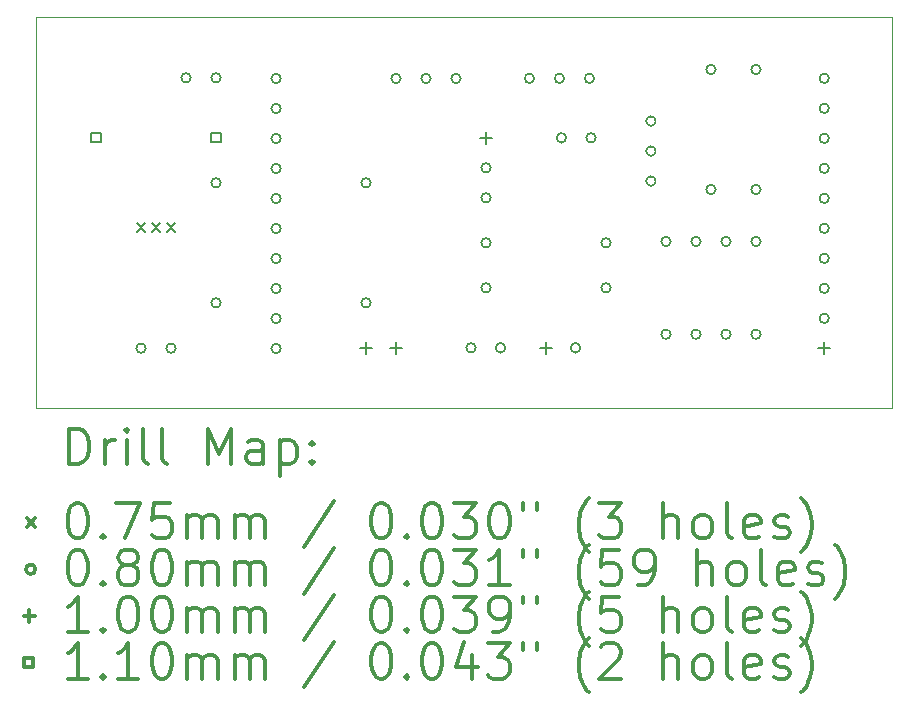
<source format=gbr>
%FSLAX45Y45*%
G04 Gerber Fmt 4.5, Leading zero omitted, Abs format (unit mm)*
G04 Created by KiCad (PCBNEW (5.1.7)-1) date 2021-04-11 18:09:23*
%MOMM*%
%LPD*%
G01*
G04 APERTURE LIST*
%TA.AperFunction,Profile*%
%ADD10C,0.100000*%
%TD*%
%ADD11C,0.200000*%
%ADD12C,0.300000*%
G04 APERTURE END LIST*
D10*
X5564378Y-5339334D02*
X4191000Y-5339334D01*
X5564378Y-2024126D02*
X4191000Y-2024126D01*
X4191000Y-2024126D02*
X4191000Y-5339334D01*
X11438636Y-2024126D02*
X11438636Y-5339334D01*
X5564378Y-2024126D02*
X11438636Y-2024126D01*
X11438636Y-5339334D02*
X5564378Y-5339334D01*
D11*
X5042500Y-3772500D02*
X5117500Y-3847500D01*
X5117500Y-3772500D02*
X5042500Y-3847500D01*
X5169500Y-3772500D02*
X5244500Y-3847500D01*
X5244500Y-3772500D02*
X5169500Y-3847500D01*
X5296500Y-3772500D02*
X5371500Y-3847500D01*
X5371500Y-3772500D02*
X5296500Y-3847500D01*
X8041000Y-3937000D02*
G75*
G03*
X8041000Y-3937000I-40000J0D01*
G01*
X9057000Y-3937000D02*
G75*
G03*
X9057000Y-3937000I-40000J0D01*
G01*
X5755000Y-3429000D02*
G75*
G03*
X5755000Y-3429000I-40000J0D01*
G01*
X5755000Y-4445000D02*
G75*
G03*
X5755000Y-4445000I-40000J0D01*
G01*
X8041000Y-4318000D02*
G75*
G03*
X8041000Y-4318000I-40000J0D01*
G01*
X9057000Y-4318000D02*
G75*
G03*
X9057000Y-4318000I-40000J0D01*
G01*
X10327000Y-2469810D02*
G75*
G03*
X10327000Y-2469810I-40000J0D01*
G01*
X10327000Y-3485810D02*
G75*
G03*
X10327000Y-3485810I-40000J0D01*
G01*
X9565000Y-3924500D02*
G75*
G03*
X9565000Y-3924500I-40000J0D01*
G01*
X9565000Y-4711500D02*
G75*
G03*
X9565000Y-4711500I-40000J0D01*
G01*
X9819000Y-3924500D02*
G75*
G03*
X9819000Y-3924500I-40000J0D01*
G01*
X9819000Y-4711500D02*
G75*
G03*
X9819000Y-4711500I-40000J0D01*
G01*
X10073000Y-3924500D02*
G75*
G03*
X10073000Y-3924500I-40000J0D01*
G01*
X10073000Y-4711500D02*
G75*
G03*
X10073000Y-4711500I-40000J0D01*
G01*
X10327000Y-3924500D02*
G75*
G03*
X10327000Y-3924500I-40000J0D01*
G01*
X10327000Y-4711500D02*
G75*
G03*
X10327000Y-4711500I-40000J0D01*
G01*
X8409300Y-2544810D02*
G75*
G03*
X8409300Y-2544810I-40000J0D01*
G01*
X8663300Y-2544810D02*
G75*
G03*
X8663300Y-2544810I-40000J0D01*
G01*
X8917300Y-2544810D02*
G75*
G03*
X8917300Y-2544810I-40000J0D01*
G01*
X10904524Y-2543810D02*
G75*
G03*
X10904524Y-2543810I-40000J0D01*
G01*
X10904524Y-2797810D02*
G75*
G03*
X10904524Y-2797810I-40000J0D01*
G01*
X10904524Y-3051810D02*
G75*
G03*
X10904524Y-3051810I-40000J0D01*
G01*
X10904524Y-3305810D02*
G75*
G03*
X10904524Y-3305810I-40000J0D01*
G01*
X10904524Y-3559810D02*
G75*
G03*
X10904524Y-3559810I-40000J0D01*
G01*
X10904524Y-3813810D02*
G75*
G03*
X10904524Y-3813810I-40000J0D01*
G01*
X10904524Y-4067810D02*
G75*
G03*
X10904524Y-4067810I-40000J0D01*
G01*
X10904524Y-4321810D02*
G75*
G03*
X10904524Y-4321810I-40000J0D01*
G01*
X10904524Y-4575810D02*
G75*
G03*
X10904524Y-4575810I-40000J0D01*
G01*
X9946000Y-2469810D02*
G75*
G03*
X9946000Y-2469810I-40000J0D01*
G01*
X9946000Y-3485810D02*
G75*
G03*
X9946000Y-3485810I-40000J0D01*
G01*
X8799000Y-4826000D02*
G75*
G03*
X8799000Y-4826000I-40000J0D01*
G01*
X9438000Y-2905810D02*
G75*
G03*
X9438000Y-2905810I-40000J0D01*
G01*
X9438000Y-3159810D02*
G75*
G03*
X9438000Y-3159810I-40000J0D01*
G01*
X9438000Y-3413810D02*
G75*
G03*
X9438000Y-3413810I-40000J0D01*
G01*
X8041000Y-3302000D02*
G75*
G03*
X8041000Y-3302000I-40000J0D01*
G01*
X8041000Y-3556000D02*
G75*
G03*
X8041000Y-3556000I-40000J0D01*
G01*
X5501000Y-2540000D02*
G75*
G03*
X5501000Y-2540000I-40000J0D01*
G01*
X5755000Y-2540000D02*
G75*
G03*
X5755000Y-2540000I-40000J0D01*
G01*
X5120000Y-4829810D02*
G75*
G03*
X5120000Y-4829810I-40000J0D01*
G01*
X5374000Y-4829810D02*
G75*
G03*
X5374000Y-4829810I-40000J0D01*
G01*
X7914000Y-4826000D02*
G75*
G03*
X7914000Y-4826000I-40000J0D01*
G01*
X8164000Y-4826000D02*
G75*
G03*
X8164000Y-4826000I-40000J0D01*
G01*
X7025000Y-3429000D02*
G75*
G03*
X7025000Y-3429000I-40000J0D01*
G01*
X7025000Y-4445000D02*
G75*
G03*
X7025000Y-4445000I-40000J0D01*
G01*
X8680000Y-3048000D02*
G75*
G03*
X8680000Y-3048000I-40000J0D01*
G01*
X8930000Y-3048000D02*
G75*
G03*
X8930000Y-3048000I-40000J0D01*
G01*
X7279000Y-2544810D02*
G75*
G03*
X7279000Y-2544810I-40000J0D01*
G01*
X7533000Y-2544810D02*
G75*
G03*
X7533000Y-2544810I-40000J0D01*
G01*
X7787000Y-2544810D02*
G75*
G03*
X7787000Y-2544810I-40000J0D01*
G01*
X6264524Y-2544810D02*
G75*
G03*
X6264524Y-2544810I-40000J0D01*
G01*
X6264524Y-2798810D02*
G75*
G03*
X6264524Y-2798810I-40000J0D01*
G01*
X6264524Y-3052810D02*
G75*
G03*
X6264524Y-3052810I-40000J0D01*
G01*
X6264524Y-3306810D02*
G75*
G03*
X6264524Y-3306810I-40000J0D01*
G01*
X6264524Y-3560810D02*
G75*
G03*
X6264524Y-3560810I-40000J0D01*
G01*
X6264524Y-3814810D02*
G75*
G03*
X6264524Y-3814810I-40000J0D01*
G01*
X6264524Y-4068810D02*
G75*
G03*
X6264524Y-4068810I-40000J0D01*
G01*
X6264524Y-4322810D02*
G75*
G03*
X6264524Y-4322810I-40000J0D01*
G01*
X6264524Y-4576810D02*
G75*
G03*
X6264524Y-4576810I-40000J0D01*
G01*
X6264524Y-4830810D02*
G75*
G03*
X6264524Y-4830810I-40000J0D01*
G01*
X6985000Y-4779810D02*
X6985000Y-4879810D01*
X6935000Y-4829810D02*
X7035000Y-4829810D01*
X7239000Y-4779810D02*
X7239000Y-4879810D01*
X7189000Y-4829810D02*
X7289000Y-4829810D01*
X10864524Y-4779810D02*
X10864524Y-4879810D01*
X10814524Y-4829810D02*
X10914524Y-4829810D01*
X8509000Y-4776000D02*
X8509000Y-4876000D01*
X8459000Y-4826000D02*
X8559000Y-4826000D01*
X8001000Y-2998000D02*
X8001000Y-3098000D01*
X7951000Y-3048000D02*
X8051000Y-3048000D01*
X4737891Y-3086891D02*
X4737891Y-3009109D01*
X4660109Y-3009109D01*
X4660109Y-3086891D01*
X4737891Y-3086891D01*
X5753891Y-3086891D02*
X5753891Y-3009109D01*
X5676109Y-3009109D01*
X5676109Y-3086891D01*
X5753891Y-3086891D01*
D12*
X4472428Y-5810048D02*
X4472428Y-5510048D01*
X4543857Y-5510048D01*
X4586714Y-5524334D01*
X4615286Y-5552906D01*
X4629571Y-5581477D01*
X4643857Y-5638620D01*
X4643857Y-5681477D01*
X4629571Y-5738620D01*
X4615286Y-5767191D01*
X4586714Y-5795763D01*
X4543857Y-5810048D01*
X4472428Y-5810048D01*
X4772428Y-5810048D02*
X4772428Y-5610048D01*
X4772428Y-5667191D02*
X4786714Y-5638620D01*
X4801000Y-5624334D01*
X4829571Y-5610048D01*
X4858143Y-5610048D01*
X4958143Y-5810048D02*
X4958143Y-5610048D01*
X4958143Y-5510048D02*
X4943857Y-5524334D01*
X4958143Y-5538620D01*
X4972428Y-5524334D01*
X4958143Y-5510048D01*
X4958143Y-5538620D01*
X5143857Y-5810048D02*
X5115286Y-5795763D01*
X5101000Y-5767191D01*
X5101000Y-5510048D01*
X5301000Y-5810048D02*
X5272428Y-5795763D01*
X5258143Y-5767191D01*
X5258143Y-5510048D01*
X5643857Y-5810048D02*
X5643857Y-5510048D01*
X5743857Y-5724334D01*
X5843857Y-5510048D01*
X5843857Y-5810048D01*
X6115286Y-5810048D02*
X6115286Y-5652905D01*
X6101000Y-5624334D01*
X6072428Y-5610048D01*
X6015286Y-5610048D01*
X5986714Y-5624334D01*
X6115286Y-5795763D02*
X6086714Y-5810048D01*
X6015286Y-5810048D01*
X5986714Y-5795763D01*
X5972428Y-5767191D01*
X5972428Y-5738620D01*
X5986714Y-5710048D01*
X6015286Y-5695763D01*
X6086714Y-5695763D01*
X6115286Y-5681477D01*
X6258143Y-5610048D02*
X6258143Y-5910048D01*
X6258143Y-5624334D02*
X6286714Y-5610048D01*
X6343857Y-5610048D01*
X6372428Y-5624334D01*
X6386714Y-5638620D01*
X6401000Y-5667191D01*
X6401000Y-5752905D01*
X6386714Y-5781477D01*
X6372428Y-5795763D01*
X6343857Y-5810048D01*
X6286714Y-5810048D01*
X6258143Y-5795763D01*
X6529571Y-5781477D02*
X6543857Y-5795763D01*
X6529571Y-5810048D01*
X6515286Y-5795763D01*
X6529571Y-5781477D01*
X6529571Y-5810048D01*
X6529571Y-5624334D02*
X6543857Y-5638620D01*
X6529571Y-5652905D01*
X6515286Y-5638620D01*
X6529571Y-5624334D01*
X6529571Y-5652905D01*
X4111000Y-6266834D02*
X4186000Y-6341834D01*
X4186000Y-6266834D02*
X4111000Y-6341834D01*
X4529571Y-6140048D02*
X4558143Y-6140048D01*
X4586714Y-6154334D01*
X4601000Y-6168620D01*
X4615286Y-6197191D01*
X4629571Y-6254334D01*
X4629571Y-6325763D01*
X4615286Y-6382905D01*
X4601000Y-6411477D01*
X4586714Y-6425763D01*
X4558143Y-6440048D01*
X4529571Y-6440048D01*
X4501000Y-6425763D01*
X4486714Y-6411477D01*
X4472428Y-6382905D01*
X4458143Y-6325763D01*
X4458143Y-6254334D01*
X4472428Y-6197191D01*
X4486714Y-6168620D01*
X4501000Y-6154334D01*
X4529571Y-6140048D01*
X4758143Y-6411477D02*
X4772428Y-6425763D01*
X4758143Y-6440048D01*
X4743857Y-6425763D01*
X4758143Y-6411477D01*
X4758143Y-6440048D01*
X4872428Y-6140048D02*
X5072428Y-6140048D01*
X4943857Y-6440048D01*
X5329571Y-6140048D02*
X5186714Y-6140048D01*
X5172428Y-6282905D01*
X5186714Y-6268620D01*
X5215286Y-6254334D01*
X5286714Y-6254334D01*
X5315286Y-6268620D01*
X5329571Y-6282905D01*
X5343857Y-6311477D01*
X5343857Y-6382905D01*
X5329571Y-6411477D01*
X5315286Y-6425763D01*
X5286714Y-6440048D01*
X5215286Y-6440048D01*
X5186714Y-6425763D01*
X5172428Y-6411477D01*
X5472428Y-6440048D02*
X5472428Y-6240048D01*
X5472428Y-6268620D02*
X5486714Y-6254334D01*
X5515286Y-6240048D01*
X5558143Y-6240048D01*
X5586714Y-6254334D01*
X5601000Y-6282905D01*
X5601000Y-6440048D01*
X5601000Y-6282905D02*
X5615286Y-6254334D01*
X5643857Y-6240048D01*
X5686714Y-6240048D01*
X5715286Y-6254334D01*
X5729571Y-6282905D01*
X5729571Y-6440048D01*
X5872428Y-6440048D02*
X5872428Y-6240048D01*
X5872428Y-6268620D02*
X5886714Y-6254334D01*
X5915286Y-6240048D01*
X5958143Y-6240048D01*
X5986714Y-6254334D01*
X6001000Y-6282905D01*
X6001000Y-6440048D01*
X6001000Y-6282905D02*
X6015286Y-6254334D01*
X6043857Y-6240048D01*
X6086714Y-6240048D01*
X6115286Y-6254334D01*
X6129571Y-6282905D01*
X6129571Y-6440048D01*
X6715286Y-6125763D02*
X6458143Y-6511477D01*
X7101000Y-6140048D02*
X7129571Y-6140048D01*
X7158143Y-6154334D01*
X7172428Y-6168620D01*
X7186714Y-6197191D01*
X7201000Y-6254334D01*
X7201000Y-6325763D01*
X7186714Y-6382905D01*
X7172428Y-6411477D01*
X7158143Y-6425763D01*
X7129571Y-6440048D01*
X7101000Y-6440048D01*
X7072428Y-6425763D01*
X7058143Y-6411477D01*
X7043857Y-6382905D01*
X7029571Y-6325763D01*
X7029571Y-6254334D01*
X7043857Y-6197191D01*
X7058143Y-6168620D01*
X7072428Y-6154334D01*
X7101000Y-6140048D01*
X7329571Y-6411477D02*
X7343857Y-6425763D01*
X7329571Y-6440048D01*
X7315286Y-6425763D01*
X7329571Y-6411477D01*
X7329571Y-6440048D01*
X7529571Y-6140048D02*
X7558143Y-6140048D01*
X7586714Y-6154334D01*
X7601000Y-6168620D01*
X7615286Y-6197191D01*
X7629571Y-6254334D01*
X7629571Y-6325763D01*
X7615286Y-6382905D01*
X7601000Y-6411477D01*
X7586714Y-6425763D01*
X7558143Y-6440048D01*
X7529571Y-6440048D01*
X7501000Y-6425763D01*
X7486714Y-6411477D01*
X7472428Y-6382905D01*
X7458143Y-6325763D01*
X7458143Y-6254334D01*
X7472428Y-6197191D01*
X7486714Y-6168620D01*
X7501000Y-6154334D01*
X7529571Y-6140048D01*
X7729571Y-6140048D02*
X7915286Y-6140048D01*
X7815286Y-6254334D01*
X7858143Y-6254334D01*
X7886714Y-6268620D01*
X7901000Y-6282905D01*
X7915286Y-6311477D01*
X7915286Y-6382905D01*
X7901000Y-6411477D01*
X7886714Y-6425763D01*
X7858143Y-6440048D01*
X7772428Y-6440048D01*
X7743857Y-6425763D01*
X7729571Y-6411477D01*
X8101000Y-6140048D02*
X8129571Y-6140048D01*
X8158143Y-6154334D01*
X8172428Y-6168620D01*
X8186714Y-6197191D01*
X8201000Y-6254334D01*
X8201000Y-6325763D01*
X8186714Y-6382905D01*
X8172428Y-6411477D01*
X8158143Y-6425763D01*
X8129571Y-6440048D01*
X8101000Y-6440048D01*
X8072428Y-6425763D01*
X8058143Y-6411477D01*
X8043857Y-6382905D01*
X8029571Y-6325763D01*
X8029571Y-6254334D01*
X8043857Y-6197191D01*
X8058143Y-6168620D01*
X8072428Y-6154334D01*
X8101000Y-6140048D01*
X8315286Y-6140048D02*
X8315286Y-6197191D01*
X8429571Y-6140048D02*
X8429571Y-6197191D01*
X8872428Y-6554334D02*
X8858143Y-6540048D01*
X8829571Y-6497191D01*
X8815286Y-6468620D01*
X8801000Y-6425763D01*
X8786714Y-6354334D01*
X8786714Y-6297191D01*
X8801000Y-6225763D01*
X8815286Y-6182905D01*
X8829571Y-6154334D01*
X8858143Y-6111477D01*
X8872428Y-6097191D01*
X8958143Y-6140048D02*
X9143857Y-6140048D01*
X9043857Y-6254334D01*
X9086714Y-6254334D01*
X9115286Y-6268620D01*
X9129571Y-6282905D01*
X9143857Y-6311477D01*
X9143857Y-6382905D01*
X9129571Y-6411477D01*
X9115286Y-6425763D01*
X9086714Y-6440048D01*
X9001000Y-6440048D01*
X8972428Y-6425763D01*
X8958143Y-6411477D01*
X9501000Y-6440048D02*
X9501000Y-6140048D01*
X9629571Y-6440048D02*
X9629571Y-6282905D01*
X9615286Y-6254334D01*
X9586714Y-6240048D01*
X9543857Y-6240048D01*
X9515286Y-6254334D01*
X9501000Y-6268620D01*
X9815286Y-6440048D02*
X9786714Y-6425763D01*
X9772428Y-6411477D01*
X9758143Y-6382905D01*
X9758143Y-6297191D01*
X9772428Y-6268620D01*
X9786714Y-6254334D01*
X9815286Y-6240048D01*
X9858143Y-6240048D01*
X9886714Y-6254334D01*
X9901000Y-6268620D01*
X9915286Y-6297191D01*
X9915286Y-6382905D01*
X9901000Y-6411477D01*
X9886714Y-6425763D01*
X9858143Y-6440048D01*
X9815286Y-6440048D01*
X10086714Y-6440048D02*
X10058143Y-6425763D01*
X10043857Y-6397191D01*
X10043857Y-6140048D01*
X10315286Y-6425763D02*
X10286714Y-6440048D01*
X10229571Y-6440048D01*
X10201000Y-6425763D01*
X10186714Y-6397191D01*
X10186714Y-6282905D01*
X10201000Y-6254334D01*
X10229571Y-6240048D01*
X10286714Y-6240048D01*
X10315286Y-6254334D01*
X10329571Y-6282905D01*
X10329571Y-6311477D01*
X10186714Y-6340048D01*
X10443857Y-6425763D02*
X10472428Y-6440048D01*
X10529571Y-6440048D01*
X10558143Y-6425763D01*
X10572428Y-6397191D01*
X10572428Y-6382905D01*
X10558143Y-6354334D01*
X10529571Y-6340048D01*
X10486714Y-6340048D01*
X10458143Y-6325763D01*
X10443857Y-6297191D01*
X10443857Y-6282905D01*
X10458143Y-6254334D01*
X10486714Y-6240048D01*
X10529571Y-6240048D01*
X10558143Y-6254334D01*
X10672428Y-6554334D02*
X10686714Y-6540048D01*
X10715286Y-6497191D01*
X10729571Y-6468620D01*
X10743857Y-6425763D01*
X10758143Y-6354334D01*
X10758143Y-6297191D01*
X10743857Y-6225763D01*
X10729571Y-6182905D01*
X10715286Y-6154334D01*
X10686714Y-6111477D01*
X10672428Y-6097191D01*
X4186000Y-6700334D02*
G75*
G03*
X4186000Y-6700334I-40000J0D01*
G01*
X4529571Y-6536048D02*
X4558143Y-6536048D01*
X4586714Y-6550334D01*
X4601000Y-6564620D01*
X4615286Y-6593191D01*
X4629571Y-6650334D01*
X4629571Y-6721763D01*
X4615286Y-6778905D01*
X4601000Y-6807477D01*
X4586714Y-6821763D01*
X4558143Y-6836048D01*
X4529571Y-6836048D01*
X4501000Y-6821763D01*
X4486714Y-6807477D01*
X4472428Y-6778905D01*
X4458143Y-6721763D01*
X4458143Y-6650334D01*
X4472428Y-6593191D01*
X4486714Y-6564620D01*
X4501000Y-6550334D01*
X4529571Y-6536048D01*
X4758143Y-6807477D02*
X4772428Y-6821763D01*
X4758143Y-6836048D01*
X4743857Y-6821763D01*
X4758143Y-6807477D01*
X4758143Y-6836048D01*
X4943857Y-6664620D02*
X4915286Y-6650334D01*
X4901000Y-6636048D01*
X4886714Y-6607477D01*
X4886714Y-6593191D01*
X4901000Y-6564620D01*
X4915286Y-6550334D01*
X4943857Y-6536048D01*
X5001000Y-6536048D01*
X5029571Y-6550334D01*
X5043857Y-6564620D01*
X5058143Y-6593191D01*
X5058143Y-6607477D01*
X5043857Y-6636048D01*
X5029571Y-6650334D01*
X5001000Y-6664620D01*
X4943857Y-6664620D01*
X4915286Y-6678905D01*
X4901000Y-6693191D01*
X4886714Y-6721763D01*
X4886714Y-6778905D01*
X4901000Y-6807477D01*
X4915286Y-6821763D01*
X4943857Y-6836048D01*
X5001000Y-6836048D01*
X5029571Y-6821763D01*
X5043857Y-6807477D01*
X5058143Y-6778905D01*
X5058143Y-6721763D01*
X5043857Y-6693191D01*
X5029571Y-6678905D01*
X5001000Y-6664620D01*
X5243857Y-6536048D02*
X5272428Y-6536048D01*
X5301000Y-6550334D01*
X5315286Y-6564620D01*
X5329571Y-6593191D01*
X5343857Y-6650334D01*
X5343857Y-6721763D01*
X5329571Y-6778905D01*
X5315286Y-6807477D01*
X5301000Y-6821763D01*
X5272428Y-6836048D01*
X5243857Y-6836048D01*
X5215286Y-6821763D01*
X5201000Y-6807477D01*
X5186714Y-6778905D01*
X5172428Y-6721763D01*
X5172428Y-6650334D01*
X5186714Y-6593191D01*
X5201000Y-6564620D01*
X5215286Y-6550334D01*
X5243857Y-6536048D01*
X5472428Y-6836048D02*
X5472428Y-6636048D01*
X5472428Y-6664620D02*
X5486714Y-6650334D01*
X5515286Y-6636048D01*
X5558143Y-6636048D01*
X5586714Y-6650334D01*
X5601000Y-6678905D01*
X5601000Y-6836048D01*
X5601000Y-6678905D02*
X5615286Y-6650334D01*
X5643857Y-6636048D01*
X5686714Y-6636048D01*
X5715286Y-6650334D01*
X5729571Y-6678905D01*
X5729571Y-6836048D01*
X5872428Y-6836048D02*
X5872428Y-6636048D01*
X5872428Y-6664620D02*
X5886714Y-6650334D01*
X5915286Y-6636048D01*
X5958143Y-6636048D01*
X5986714Y-6650334D01*
X6001000Y-6678905D01*
X6001000Y-6836048D01*
X6001000Y-6678905D02*
X6015286Y-6650334D01*
X6043857Y-6636048D01*
X6086714Y-6636048D01*
X6115286Y-6650334D01*
X6129571Y-6678905D01*
X6129571Y-6836048D01*
X6715286Y-6521763D02*
X6458143Y-6907477D01*
X7101000Y-6536048D02*
X7129571Y-6536048D01*
X7158143Y-6550334D01*
X7172428Y-6564620D01*
X7186714Y-6593191D01*
X7201000Y-6650334D01*
X7201000Y-6721763D01*
X7186714Y-6778905D01*
X7172428Y-6807477D01*
X7158143Y-6821763D01*
X7129571Y-6836048D01*
X7101000Y-6836048D01*
X7072428Y-6821763D01*
X7058143Y-6807477D01*
X7043857Y-6778905D01*
X7029571Y-6721763D01*
X7029571Y-6650334D01*
X7043857Y-6593191D01*
X7058143Y-6564620D01*
X7072428Y-6550334D01*
X7101000Y-6536048D01*
X7329571Y-6807477D02*
X7343857Y-6821763D01*
X7329571Y-6836048D01*
X7315286Y-6821763D01*
X7329571Y-6807477D01*
X7329571Y-6836048D01*
X7529571Y-6536048D02*
X7558143Y-6536048D01*
X7586714Y-6550334D01*
X7601000Y-6564620D01*
X7615286Y-6593191D01*
X7629571Y-6650334D01*
X7629571Y-6721763D01*
X7615286Y-6778905D01*
X7601000Y-6807477D01*
X7586714Y-6821763D01*
X7558143Y-6836048D01*
X7529571Y-6836048D01*
X7501000Y-6821763D01*
X7486714Y-6807477D01*
X7472428Y-6778905D01*
X7458143Y-6721763D01*
X7458143Y-6650334D01*
X7472428Y-6593191D01*
X7486714Y-6564620D01*
X7501000Y-6550334D01*
X7529571Y-6536048D01*
X7729571Y-6536048D02*
X7915286Y-6536048D01*
X7815286Y-6650334D01*
X7858143Y-6650334D01*
X7886714Y-6664620D01*
X7901000Y-6678905D01*
X7915286Y-6707477D01*
X7915286Y-6778905D01*
X7901000Y-6807477D01*
X7886714Y-6821763D01*
X7858143Y-6836048D01*
X7772428Y-6836048D01*
X7743857Y-6821763D01*
X7729571Y-6807477D01*
X8201000Y-6836048D02*
X8029571Y-6836048D01*
X8115286Y-6836048D02*
X8115286Y-6536048D01*
X8086714Y-6578905D01*
X8058143Y-6607477D01*
X8029571Y-6621763D01*
X8315286Y-6536048D02*
X8315286Y-6593191D01*
X8429571Y-6536048D02*
X8429571Y-6593191D01*
X8872428Y-6950334D02*
X8858143Y-6936048D01*
X8829571Y-6893191D01*
X8815286Y-6864620D01*
X8801000Y-6821763D01*
X8786714Y-6750334D01*
X8786714Y-6693191D01*
X8801000Y-6621763D01*
X8815286Y-6578905D01*
X8829571Y-6550334D01*
X8858143Y-6507477D01*
X8872428Y-6493191D01*
X9129571Y-6536048D02*
X8986714Y-6536048D01*
X8972428Y-6678905D01*
X8986714Y-6664620D01*
X9015286Y-6650334D01*
X9086714Y-6650334D01*
X9115286Y-6664620D01*
X9129571Y-6678905D01*
X9143857Y-6707477D01*
X9143857Y-6778905D01*
X9129571Y-6807477D01*
X9115286Y-6821763D01*
X9086714Y-6836048D01*
X9015286Y-6836048D01*
X8986714Y-6821763D01*
X8972428Y-6807477D01*
X9286714Y-6836048D02*
X9343857Y-6836048D01*
X9372428Y-6821763D01*
X9386714Y-6807477D01*
X9415286Y-6764620D01*
X9429571Y-6707477D01*
X9429571Y-6593191D01*
X9415286Y-6564620D01*
X9401000Y-6550334D01*
X9372428Y-6536048D01*
X9315286Y-6536048D01*
X9286714Y-6550334D01*
X9272428Y-6564620D01*
X9258143Y-6593191D01*
X9258143Y-6664620D01*
X9272428Y-6693191D01*
X9286714Y-6707477D01*
X9315286Y-6721763D01*
X9372428Y-6721763D01*
X9401000Y-6707477D01*
X9415286Y-6693191D01*
X9429571Y-6664620D01*
X9786714Y-6836048D02*
X9786714Y-6536048D01*
X9915286Y-6836048D02*
X9915286Y-6678905D01*
X9901000Y-6650334D01*
X9872428Y-6636048D01*
X9829571Y-6636048D01*
X9801000Y-6650334D01*
X9786714Y-6664620D01*
X10101000Y-6836048D02*
X10072428Y-6821763D01*
X10058143Y-6807477D01*
X10043857Y-6778905D01*
X10043857Y-6693191D01*
X10058143Y-6664620D01*
X10072428Y-6650334D01*
X10101000Y-6636048D01*
X10143857Y-6636048D01*
X10172428Y-6650334D01*
X10186714Y-6664620D01*
X10201000Y-6693191D01*
X10201000Y-6778905D01*
X10186714Y-6807477D01*
X10172428Y-6821763D01*
X10143857Y-6836048D01*
X10101000Y-6836048D01*
X10372428Y-6836048D02*
X10343857Y-6821763D01*
X10329571Y-6793191D01*
X10329571Y-6536048D01*
X10601000Y-6821763D02*
X10572428Y-6836048D01*
X10515286Y-6836048D01*
X10486714Y-6821763D01*
X10472428Y-6793191D01*
X10472428Y-6678905D01*
X10486714Y-6650334D01*
X10515286Y-6636048D01*
X10572428Y-6636048D01*
X10601000Y-6650334D01*
X10615286Y-6678905D01*
X10615286Y-6707477D01*
X10472428Y-6736048D01*
X10729571Y-6821763D02*
X10758143Y-6836048D01*
X10815286Y-6836048D01*
X10843857Y-6821763D01*
X10858143Y-6793191D01*
X10858143Y-6778905D01*
X10843857Y-6750334D01*
X10815286Y-6736048D01*
X10772428Y-6736048D01*
X10743857Y-6721763D01*
X10729571Y-6693191D01*
X10729571Y-6678905D01*
X10743857Y-6650334D01*
X10772428Y-6636048D01*
X10815286Y-6636048D01*
X10843857Y-6650334D01*
X10958143Y-6950334D02*
X10972428Y-6936048D01*
X11001000Y-6893191D01*
X11015286Y-6864620D01*
X11029571Y-6821763D01*
X11043857Y-6750334D01*
X11043857Y-6693191D01*
X11029571Y-6621763D01*
X11015286Y-6578905D01*
X11001000Y-6550334D01*
X10972428Y-6507477D01*
X10958143Y-6493191D01*
X4136000Y-7046334D02*
X4136000Y-7146334D01*
X4086000Y-7096334D02*
X4186000Y-7096334D01*
X4629571Y-7232048D02*
X4458143Y-7232048D01*
X4543857Y-7232048D02*
X4543857Y-6932048D01*
X4515286Y-6974905D01*
X4486714Y-7003477D01*
X4458143Y-7017763D01*
X4758143Y-7203477D02*
X4772428Y-7217763D01*
X4758143Y-7232048D01*
X4743857Y-7217763D01*
X4758143Y-7203477D01*
X4758143Y-7232048D01*
X4958143Y-6932048D02*
X4986714Y-6932048D01*
X5015286Y-6946334D01*
X5029571Y-6960620D01*
X5043857Y-6989191D01*
X5058143Y-7046334D01*
X5058143Y-7117763D01*
X5043857Y-7174905D01*
X5029571Y-7203477D01*
X5015286Y-7217763D01*
X4986714Y-7232048D01*
X4958143Y-7232048D01*
X4929571Y-7217763D01*
X4915286Y-7203477D01*
X4901000Y-7174905D01*
X4886714Y-7117763D01*
X4886714Y-7046334D01*
X4901000Y-6989191D01*
X4915286Y-6960620D01*
X4929571Y-6946334D01*
X4958143Y-6932048D01*
X5243857Y-6932048D02*
X5272428Y-6932048D01*
X5301000Y-6946334D01*
X5315286Y-6960620D01*
X5329571Y-6989191D01*
X5343857Y-7046334D01*
X5343857Y-7117763D01*
X5329571Y-7174905D01*
X5315286Y-7203477D01*
X5301000Y-7217763D01*
X5272428Y-7232048D01*
X5243857Y-7232048D01*
X5215286Y-7217763D01*
X5201000Y-7203477D01*
X5186714Y-7174905D01*
X5172428Y-7117763D01*
X5172428Y-7046334D01*
X5186714Y-6989191D01*
X5201000Y-6960620D01*
X5215286Y-6946334D01*
X5243857Y-6932048D01*
X5472428Y-7232048D02*
X5472428Y-7032048D01*
X5472428Y-7060620D02*
X5486714Y-7046334D01*
X5515286Y-7032048D01*
X5558143Y-7032048D01*
X5586714Y-7046334D01*
X5601000Y-7074905D01*
X5601000Y-7232048D01*
X5601000Y-7074905D02*
X5615286Y-7046334D01*
X5643857Y-7032048D01*
X5686714Y-7032048D01*
X5715286Y-7046334D01*
X5729571Y-7074905D01*
X5729571Y-7232048D01*
X5872428Y-7232048D02*
X5872428Y-7032048D01*
X5872428Y-7060620D02*
X5886714Y-7046334D01*
X5915286Y-7032048D01*
X5958143Y-7032048D01*
X5986714Y-7046334D01*
X6001000Y-7074905D01*
X6001000Y-7232048D01*
X6001000Y-7074905D02*
X6015286Y-7046334D01*
X6043857Y-7032048D01*
X6086714Y-7032048D01*
X6115286Y-7046334D01*
X6129571Y-7074905D01*
X6129571Y-7232048D01*
X6715286Y-6917763D02*
X6458143Y-7303477D01*
X7101000Y-6932048D02*
X7129571Y-6932048D01*
X7158143Y-6946334D01*
X7172428Y-6960620D01*
X7186714Y-6989191D01*
X7201000Y-7046334D01*
X7201000Y-7117763D01*
X7186714Y-7174905D01*
X7172428Y-7203477D01*
X7158143Y-7217763D01*
X7129571Y-7232048D01*
X7101000Y-7232048D01*
X7072428Y-7217763D01*
X7058143Y-7203477D01*
X7043857Y-7174905D01*
X7029571Y-7117763D01*
X7029571Y-7046334D01*
X7043857Y-6989191D01*
X7058143Y-6960620D01*
X7072428Y-6946334D01*
X7101000Y-6932048D01*
X7329571Y-7203477D02*
X7343857Y-7217763D01*
X7329571Y-7232048D01*
X7315286Y-7217763D01*
X7329571Y-7203477D01*
X7329571Y-7232048D01*
X7529571Y-6932048D02*
X7558143Y-6932048D01*
X7586714Y-6946334D01*
X7601000Y-6960620D01*
X7615286Y-6989191D01*
X7629571Y-7046334D01*
X7629571Y-7117763D01*
X7615286Y-7174905D01*
X7601000Y-7203477D01*
X7586714Y-7217763D01*
X7558143Y-7232048D01*
X7529571Y-7232048D01*
X7501000Y-7217763D01*
X7486714Y-7203477D01*
X7472428Y-7174905D01*
X7458143Y-7117763D01*
X7458143Y-7046334D01*
X7472428Y-6989191D01*
X7486714Y-6960620D01*
X7501000Y-6946334D01*
X7529571Y-6932048D01*
X7729571Y-6932048D02*
X7915286Y-6932048D01*
X7815286Y-7046334D01*
X7858143Y-7046334D01*
X7886714Y-7060620D01*
X7901000Y-7074905D01*
X7915286Y-7103477D01*
X7915286Y-7174905D01*
X7901000Y-7203477D01*
X7886714Y-7217763D01*
X7858143Y-7232048D01*
X7772428Y-7232048D01*
X7743857Y-7217763D01*
X7729571Y-7203477D01*
X8058143Y-7232048D02*
X8115286Y-7232048D01*
X8143857Y-7217763D01*
X8158143Y-7203477D01*
X8186714Y-7160620D01*
X8201000Y-7103477D01*
X8201000Y-6989191D01*
X8186714Y-6960620D01*
X8172428Y-6946334D01*
X8143857Y-6932048D01*
X8086714Y-6932048D01*
X8058143Y-6946334D01*
X8043857Y-6960620D01*
X8029571Y-6989191D01*
X8029571Y-7060620D01*
X8043857Y-7089191D01*
X8058143Y-7103477D01*
X8086714Y-7117763D01*
X8143857Y-7117763D01*
X8172428Y-7103477D01*
X8186714Y-7089191D01*
X8201000Y-7060620D01*
X8315286Y-6932048D02*
X8315286Y-6989191D01*
X8429571Y-6932048D02*
X8429571Y-6989191D01*
X8872428Y-7346334D02*
X8858143Y-7332048D01*
X8829571Y-7289191D01*
X8815286Y-7260620D01*
X8801000Y-7217763D01*
X8786714Y-7146334D01*
X8786714Y-7089191D01*
X8801000Y-7017763D01*
X8815286Y-6974905D01*
X8829571Y-6946334D01*
X8858143Y-6903477D01*
X8872428Y-6889191D01*
X9129571Y-6932048D02*
X8986714Y-6932048D01*
X8972428Y-7074905D01*
X8986714Y-7060620D01*
X9015286Y-7046334D01*
X9086714Y-7046334D01*
X9115286Y-7060620D01*
X9129571Y-7074905D01*
X9143857Y-7103477D01*
X9143857Y-7174905D01*
X9129571Y-7203477D01*
X9115286Y-7217763D01*
X9086714Y-7232048D01*
X9015286Y-7232048D01*
X8986714Y-7217763D01*
X8972428Y-7203477D01*
X9501000Y-7232048D02*
X9501000Y-6932048D01*
X9629571Y-7232048D02*
X9629571Y-7074905D01*
X9615286Y-7046334D01*
X9586714Y-7032048D01*
X9543857Y-7032048D01*
X9515286Y-7046334D01*
X9501000Y-7060620D01*
X9815286Y-7232048D02*
X9786714Y-7217763D01*
X9772428Y-7203477D01*
X9758143Y-7174905D01*
X9758143Y-7089191D01*
X9772428Y-7060620D01*
X9786714Y-7046334D01*
X9815286Y-7032048D01*
X9858143Y-7032048D01*
X9886714Y-7046334D01*
X9901000Y-7060620D01*
X9915286Y-7089191D01*
X9915286Y-7174905D01*
X9901000Y-7203477D01*
X9886714Y-7217763D01*
X9858143Y-7232048D01*
X9815286Y-7232048D01*
X10086714Y-7232048D02*
X10058143Y-7217763D01*
X10043857Y-7189191D01*
X10043857Y-6932048D01*
X10315286Y-7217763D02*
X10286714Y-7232048D01*
X10229571Y-7232048D01*
X10201000Y-7217763D01*
X10186714Y-7189191D01*
X10186714Y-7074905D01*
X10201000Y-7046334D01*
X10229571Y-7032048D01*
X10286714Y-7032048D01*
X10315286Y-7046334D01*
X10329571Y-7074905D01*
X10329571Y-7103477D01*
X10186714Y-7132048D01*
X10443857Y-7217763D02*
X10472428Y-7232048D01*
X10529571Y-7232048D01*
X10558143Y-7217763D01*
X10572428Y-7189191D01*
X10572428Y-7174905D01*
X10558143Y-7146334D01*
X10529571Y-7132048D01*
X10486714Y-7132048D01*
X10458143Y-7117763D01*
X10443857Y-7089191D01*
X10443857Y-7074905D01*
X10458143Y-7046334D01*
X10486714Y-7032048D01*
X10529571Y-7032048D01*
X10558143Y-7046334D01*
X10672428Y-7346334D02*
X10686714Y-7332048D01*
X10715286Y-7289191D01*
X10729571Y-7260620D01*
X10743857Y-7217763D01*
X10758143Y-7146334D01*
X10758143Y-7089191D01*
X10743857Y-7017763D01*
X10729571Y-6974905D01*
X10715286Y-6946334D01*
X10686714Y-6903477D01*
X10672428Y-6889191D01*
X4169891Y-7531225D02*
X4169891Y-7453443D01*
X4092109Y-7453443D01*
X4092109Y-7531225D01*
X4169891Y-7531225D01*
X4629571Y-7628048D02*
X4458143Y-7628048D01*
X4543857Y-7628048D02*
X4543857Y-7328048D01*
X4515286Y-7370905D01*
X4486714Y-7399477D01*
X4458143Y-7413763D01*
X4758143Y-7599477D02*
X4772428Y-7613763D01*
X4758143Y-7628048D01*
X4743857Y-7613763D01*
X4758143Y-7599477D01*
X4758143Y-7628048D01*
X5058143Y-7628048D02*
X4886714Y-7628048D01*
X4972428Y-7628048D02*
X4972428Y-7328048D01*
X4943857Y-7370905D01*
X4915286Y-7399477D01*
X4886714Y-7413763D01*
X5243857Y-7328048D02*
X5272428Y-7328048D01*
X5301000Y-7342334D01*
X5315286Y-7356620D01*
X5329571Y-7385191D01*
X5343857Y-7442334D01*
X5343857Y-7513763D01*
X5329571Y-7570905D01*
X5315286Y-7599477D01*
X5301000Y-7613763D01*
X5272428Y-7628048D01*
X5243857Y-7628048D01*
X5215286Y-7613763D01*
X5201000Y-7599477D01*
X5186714Y-7570905D01*
X5172428Y-7513763D01*
X5172428Y-7442334D01*
X5186714Y-7385191D01*
X5201000Y-7356620D01*
X5215286Y-7342334D01*
X5243857Y-7328048D01*
X5472428Y-7628048D02*
X5472428Y-7428048D01*
X5472428Y-7456620D02*
X5486714Y-7442334D01*
X5515286Y-7428048D01*
X5558143Y-7428048D01*
X5586714Y-7442334D01*
X5601000Y-7470905D01*
X5601000Y-7628048D01*
X5601000Y-7470905D02*
X5615286Y-7442334D01*
X5643857Y-7428048D01*
X5686714Y-7428048D01*
X5715286Y-7442334D01*
X5729571Y-7470905D01*
X5729571Y-7628048D01*
X5872428Y-7628048D02*
X5872428Y-7428048D01*
X5872428Y-7456620D02*
X5886714Y-7442334D01*
X5915286Y-7428048D01*
X5958143Y-7428048D01*
X5986714Y-7442334D01*
X6001000Y-7470905D01*
X6001000Y-7628048D01*
X6001000Y-7470905D02*
X6015286Y-7442334D01*
X6043857Y-7428048D01*
X6086714Y-7428048D01*
X6115286Y-7442334D01*
X6129571Y-7470905D01*
X6129571Y-7628048D01*
X6715286Y-7313763D02*
X6458143Y-7699477D01*
X7101000Y-7328048D02*
X7129571Y-7328048D01*
X7158143Y-7342334D01*
X7172428Y-7356620D01*
X7186714Y-7385191D01*
X7201000Y-7442334D01*
X7201000Y-7513763D01*
X7186714Y-7570905D01*
X7172428Y-7599477D01*
X7158143Y-7613763D01*
X7129571Y-7628048D01*
X7101000Y-7628048D01*
X7072428Y-7613763D01*
X7058143Y-7599477D01*
X7043857Y-7570905D01*
X7029571Y-7513763D01*
X7029571Y-7442334D01*
X7043857Y-7385191D01*
X7058143Y-7356620D01*
X7072428Y-7342334D01*
X7101000Y-7328048D01*
X7329571Y-7599477D02*
X7343857Y-7613763D01*
X7329571Y-7628048D01*
X7315286Y-7613763D01*
X7329571Y-7599477D01*
X7329571Y-7628048D01*
X7529571Y-7328048D02*
X7558143Y-7328048D01*
X7586714Y-7342334D01*
X7601000Y-7356620D01*
X7615286Y-7385191D01*
X7629571Y-7442334D01*
X7629571Y-7513763D01*
X7615286Y-7570905D01*
X7601000Y-7599477D01*
X7586714Y-7613763D01*
X7558143Y-7628048D01*
X7529571Y-7628048D01*
X7501000Y-7613763D01*
X7486714Y-7599477D01*
X7472428Y-7570905D01*
X7458143Y-7513763D01*
X7458143Y-7442334D01*
X7472428Y-7385191D01*
X7486714Y-7356620D01*
X7501000Y-7342334D01*
X7529571Y-7328048D01*
X7886714Y-7428048D02*
X7886714Y-7628048D01*
X7815286Y-7313763D02*
X7743857Y-7528048D01*
X7929571Y-7528048D01*
X8015286Y-7328048D02*
X8201000Y-7328048D01*
X8101000Y-7442334D01*
X8143857Y-7442334D01*
X8172428Y-7456620D01*
X8186714Y-7470905D01*
X8201000Y-7499477D01*
X8201000Y-7570905D01*
X8186714Y-7599477D01*
X8172428Y-7613763D01*
X8143857Y-7628048D01*
X8058143Y-7628048D01*
X8029571Y-7613763D01*
X8015286Y-7599477D01*
X8315286Y-7328048D02*
X8315286Y-7385191D01*
X8429571Y-7328048D02*
X8429571Y-7385191D01*
X8872428Y-7742334D02*
X8858143Y-7728048D01*
X8829571Y-7685191D01*
X8815286Y-7656620D01*
X8801000Y-7613763D01*
X8786714Y-7542334D01*
X8786714Y-7485191D01*
X8801000Y-7413763D01*
X8815286Y-7370905D01*
X8829571Y-7342334D01*
X8858143Y-7299477D01*
X8872428Y-7285191D01*
X8972428Y-7356620D02*
X8986714Y-7342334D01*
X9015286Y-7328048D01*
X9086714Y-7328048D01*
X9115286Y-7342334D01*
X9129571Y-7356620D01*
X9143857Y-7385191D01*
X9143857Y-7413763D01*
X9129571Y-7456620D01*
X8958143Y-7628048D01*
X9143857Y-7628048D01*
X9501000Y-7628048D02*
X9501000Y-7328048D01*
X9629571Y-7628048D02*
X9629571Y-7470905D01*
X9615286Y-7442334D01*
X9586714Y-7428048D01*
X9543857Y-7428048D01*
X9515286Y-7442334D01*
X9501000Y-7456620D01*
X9815286Y-7628048D02*
X9786714Y-7613763D01*
X9772428Y-7599477D01*
X9758143Y-7570905D01*
X9758143Y-7485191D01*
X9772428Y-7456620D01*
X9786714Y-7442334D01*
X9815286Y-7428048D01*
X9858143Y-7428048D01*
X9886714Y-7442334D01*
X9901000Y-7456620D01*
X9915286Y-7485191D01*
X9915286Y-7570905D01*
X9901000Y-7599477D01*
X9886714Y-7613763D01*
X9858143Y-7628048D01*
X9815286Y-7628048D01*
X10086714Y-7628048D02*
X10058143Y-7613763D01*
X10043857Y-7585191D01*
X10043857Y-7328048D01*
X10315286Y-7613763D02*
X10286714Y-7628048D01*
X10229571Y-7628048D01*
X10201000Y-7613763D01*
X10186714Y-7585191D01*
X10186714Y-7470905D01*
X10201000Y-7442334D01*
X10229571Y-7428048D01*
X10286714Y-7428048D01*
X10315286Y-7442334D01*
X10329571Y-7470905D01*
X10329571Y-7499477D01*
X10186714Y-7528048D01*
X10443857Y-7613763D02*
X10472428Y-7628048D01*
X10529571Y-7628048D01*
X10558143Y-7613763D01*
X10572428Y-7585191D01*
X10572428Y-7570905D01*
X10558143Y-7542334D01*
X10529571Y-7528048D01*
X10486714Y-7528048D01*
X10458143Y-7513763D01*
X10443857Y-7485191D01*
X10443857Y-7470905D01*
X10458143Y-7442334D01*
X10486714Y-7428048D01*
X10529571Y-7428048D01*
X10558143Y-7442334D01*
X10672428Y-7742334D02*
X10686714Y-7728048D01*
X10715286Y-7685191D01*
X10729571Y-7656620D01*
X10743857Y-7613763D01*
X10758143Y-7542334D01*
X10758143Y-7485191D01*
X10743857Y-7413763D01*
X10729571Y-7370905D01*
X10715286Y-7342334D01*
X10686714Y-7299477D01*
X10672428Y-7285191D01*
M02*

</source>
